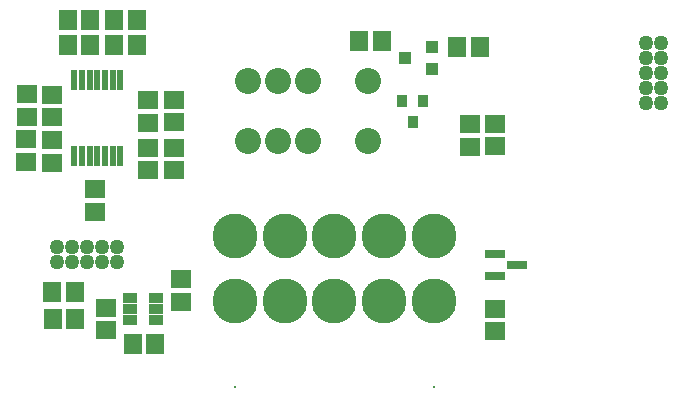
<source format=gbs>
G04*
G04 #@! TF.GenerationSoftware,Altium Limited,CircuitStudio,1.5.2 (30)*
G04*
G04 Layer_Color=16711935*
%FSLAX25Y25*%
%MOIN*%
G70*
G01*
G75*
%ADD33C,0.14973*%
%ADD34C,0.00800*%
%ADD35C,0.05000*%
%ADD36C,0.08674*%
%ADD37R,0.05918X0.06706*%
%ADD38R,0.06706X0.05918*%
%ADD39R,0.04973X0.03359*%
%ADD40R,0.03556X0.04343*%
%ADD41R,0.02178X0.06706*%
%ADD42R,0.03950X0.03950*%
%ADD43R,0.06902X0.02965*%
D33*
X103543Y23811D02*
D03*
X87008D02*
D03*
X120079D02*
D03*
X153150D02*
D03*
X136614D02*
D03*
X87008Y45465D02*
D03*
X103543D02*
D03*
X120079D02*
D03*
X136614D02*
D03*
X153150D02*
D03*
D34*
Y-4929D02*
D03*
X87008D02*
D03*
D35*
X27780Y36998D02*
D03*
Y41998D02*
D03*
X32780D02*
D03*
Y36998D02*
D03*
X42780D02*
D03*
X47780D02*
D03*
Y41998D02*
D03*
X42780D02*
D03*
X37780D02*
D03*
Y36998D02*
D03*
X228782Y100000D02*
D03*
X223782D02*
D03*
Y105000D02*
D03*
Y110000D02*
D03*
X228782D02*
D03*
Y105000D02*
D03*
Y95000D02*
D03*
X223782D02*
D03*
Y90000D02*
D03*
X228782D02*
D03*
D36*
X131349Y97232D02*
D03*
X111349D02*
D03*
X101349D02*
D03*
X91349D02*
D03*
Y77232D02*
D03*
X101349D02*
D03*
X111349D02*
D03*
X131349D02*
D03*
D37*
X33640Y17800D02*
D03*
X26160D02*
D03*
X33540Y26900D02*
D03*
X26060D02*
D03*
X38632Y109035D02*
D03*
X31152D02*
D03*
Y117635D02*
D03*
X38632D02*
D03*
X128409Y110632D02*
D03*
X135889D02*
D03*
X160985Y108531D02*
D03*
X168465D02*
D03*
X54232Y109035D02*
D03*
X46752D02*
D03*
Y117635D02*
D03*
X54232D02*
D03*
X52954Y9564D02*
D03*
X60435D02*
D03*
D38*
X69100Y23660D02*
D03*
Y31140D02*
D03*
X57828Y83322D02*
D03*
Y90802D02*
D03*
X58028Y67522D02*
D03*
Y75002D02*
D03*
X66580Y74984D02*
D03*
Y67504D02*
D03*
X66528Y90902D02*
D03*
Y83422D02*
D03*
X26103Y92493D02*
D03*
Y85013D02*
D03*
X17603Y85212D02*
D03*
Y92693D02*
D03*
X17401Y70281D02*
D03*
Y77761D02*
D03*
X26003Y77393D02*
D03*
Y69913D02*
D03*
X44000Y21540D02*
D03*
Y14060D02*
D03*
X40400Y61140D02*
D03*
Y53660D02*
D03*
X173745Y75420D02*
D03*
Y82901D02*
D03*
X165445Y75320D02*
D03*
Y82801D02*
D03*
X173700Y13860D02*
D03*
Y21340D02*
D03*
D39*
X52073Y24931D02*
D03*
Y21191D02*
D03*
Y17451D02*
D03*
X60735D02*
D03*
Y21191D02*
D03*
Y24931D02*
D03*
D40*
X149743Y90543D02*
D03*
X142657D02*
D03*
X146200Y83457D02*
D03*
D41*
X33336Y97461D02*
D03*
Y72265D02*
D03*
X35895Y97461D02*
D03*
X38454D02*
D03*
X41013D02*
D03*
X43572D02*
D03*
X46131D02*
D03*
X48691D02*
D03*
X41013Y72265D02*
D03*
X35895D02*
D03*
X38454D02*
D03*
X43572D02*
D03*
X46131D02*
D03*
X48691D02*
D03*
D42*
X152614Y101014D02*
D03*
Y108494D02*
D03*
X143598Y104754D02*
D03*
D43*
X173558Y32160D02*
D03*
Y39640D02*
D03*
X180842Y35900D02*
D03*
M02*

</source>
